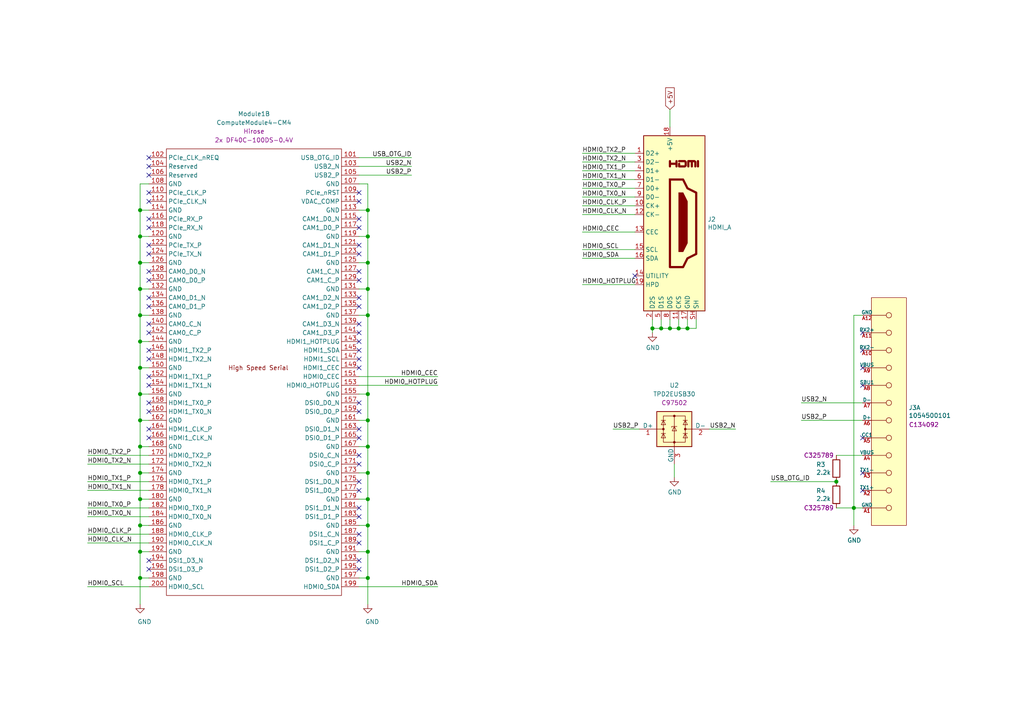
<source format=kicad_sch>
(kicad_sch (version 20210126) (generator eeschema)
  (paper "A4")
  (title_block (title "Compute Module 4 Carrierboard Utskytningsenhet") (date "2020-10-31") (rev "v01") (comment 2 "creativecommons.org/licenses/by-sa/4.0") (comment 3 "License: CC BY-SA 4.0") (comment 4 "Author: Martin Mæland"))
  (lib_symbols
    (symbol "CM4IO:ComputeModule4-CM4"
      (property "Reference" "Module" (at 113.03 -68.58 0))
      (property "Value" "ComputeModule4-CM4" (at 140.97 2.54 0))
      (property "Manufacturer" "Hirose" (at 0 0 0))
      (property "MPN" "2x DF40C-100DS-0.4V" (at 0 -2.54 0))
      (property "MPN (Alt)" "2x DF40HC(3.0)-100DS-0.4V" (at 0 0 0))
      (symbol "ComputeModule4-CM4_1_0"
        (text "GPIO" (at 0 6.35 0) (effects (font (size 1.27 1.27))))
      )
      (symbol "ComputeModule4-CM4_1_1"
        (text "600mA Max" (at -8.89 -53.34 0) (effects (font (size 1.27 1.27))))
        (text "600mA Max" (at -8.89 -48.26 0) (effects (font (size 1.27 1.27))))
        (text "NB SD signals are only available" (at -1.27 -27.94 0) (effects (font (size 1.27 1.27))))
        (text "on modules without eMMC" (at -1.27 -30.48 0) (effects (font (size 1.27 1.27))))
        (rectangle (start -30.48 -71.12) (end 25.4 58.42))
        (pin power_in line (at 27.94 55.88 180) (length 2.54) (name "GND") (number "1"))
        (pin passive line (at -33.02 45.72 0) (length 2.54) (name "Ethernet_Pair0_N") (number "10"))
        (pin output line (at -33.02 -68.58 0) (length 2.54) (name "nEXTRST") (number "100"))
        (pin passive line (at 27.94 43.18 180) (length 2.54) (name "Ethernet_Pair2_P") (number "11"))
        (pin passive line (at -33.02 43.18 0) (length 2.54) (name "Ethernet_Pair0_P") (number "12"))
        (pin power_in line (at 27.94 40.64 180) (length 2.54) (name "GND") (number "13"))
        (pin power_in line (at -33.02 40.64 0) (length 2.54) (name "GND") (number "14"))
        (pin output line (at 27.94 38.1 180) (length 2.54) (name "Ethernet_nLED3(3.3v)") (number "15"))
        (pin input line (at -33.02 38.1 0) (length 2.54) (name "Ethernet_SYNC_IN(1.8v)") (number "16"))
        (pin output line (at 27.94 35.56 180) (length 2.54) (name "Ethernet_nLED2(3.3v)") (number "17"))
        (pin input line (at -33.02 35.56 0) (length 2.54) (name "Ethernet_SYNC_OUT(1.8v)") (number "18"))
        (pin output line (at 27.94 33.02 180) (length 2.54) (name "Ethernet_nLED1(3.3v)") (number "19"))
        (pin power_in line (at -33.02 55.88 0) (length 2.54) (name "GND") (number "2"))
        (pin passive line (at -33.02 33.02 0) (length 2.54) (name "EEPROM_nWP") (number "20"))
        (pin open_collector line (at 27.94 30.48 180) (length 2.54) (name "PI_nLED_Activity") (number "21"))
        (pin power_in line (at -33.02 30.48 0) (length 2.54) (name "GND") (number "22"))
        (pin power_in line (at 27.94 27.94 180) (length 2.54) (name "GND") (number "23"))
        (pin passive line (at -33.02 27.94 0) (length 2.54) (name "GPIO26") (number "24"))
        (pin passive line (at 27.94 25.4 180) (length 2.54) (name "GPIO21") (number "25"))
        (pin passive line (at -33.02 25.4 0) (length 2.54) (name "GPIO19") (number "26"))
        (pin passive line (at 27.94 22.86 180) (length 2.54) (name "GPIO20") (number "27"))
        (pin passive line (at -33.02 22.86 0) (length 2.54) (name "GPIO13") (number "28"))
        (pin passive line (at 27.94 20.32 180) (length 2.54) (name "GPIO16") (number "29"))
        (pin passive line (at 27.94 53.34 180) (length 2.54) (name "Ethernet_Pair3_P") (number "3"))
        (pin passive line (at -33.02 20.32 0) (length 2.54) (name "GPIO6") (number "30"))
        (pin passive line (at 27.94 17.78 180) (length 2.54) (name "GPIO12") (number "31"))
        (pin power_in line (at -33.02 17.78 0) (length 2.54) (name "GND") (number "32"))
        (pin power_in line (at 27.94 15.24 180) (length 2.54) (name "GND") (number "33"))
        (pin passive line (at -33.02 15.24 0) (length 2.54) (name "GPIO5") (number "34"))
        (pin passive line (at 27.94 12.7 180) (length 2.54) (name "ID_SC") (number "35"))
        (pin passive line (at -33.02 12.7 0) (length 2.54) (name "ID_SD") (number "36"))
        (pin passive line (at 27.94 10.16 180) (length 2.54) (name "GPIO7") (number "37"))
        (pin passive line (at -33.02 10.16 0) (length 2.54) (name "GPIO11") (number "38"))
        (pin passive line (at 27.94 7.62 180) (length 2.54) (name "GPIO8") (number "39"))
        (pin passive line (at -33.02 53.34 0) (length 2.54) (name "Ethernet_Pair1_P") (number "4"))
        (pin passive line (at -33.02 7.62 0) (length 2.54) (name "GPIO9") (number "40"))
        (pin passive line (at 27.94 5.08 180) (length 2.54) (name "GPIO25") (number "41"))
        (pin power_in line (at -33.02 5.08 0) (length 2.54) (name "GND") (number "42"))
        (pin power_in line (at 27.94 2.54 180) (length 2.54) (name "GND") (number "43"))
        (pin passive line (at -33.02 2.54 0) (length 2.54) (name "GPIO10") (number "44"))
        (pin passive line (at 27.94 0 180) (length 2.54) (name "GPIO24") (number "45"))
        (pin passive line (at -33.02 0 0) (length 2.54) (name "GPIO22") (number "46"))
        (pin passive line (at 27.94 -2.54 180) (length 2.54) (name "GPIO23") (number "47"))
        (pin passive line (at -33.02 -2.54 0) (length 2.54) (name "GPIO27") (number "48"))
        (pin passive line (at 27.94 -5.08 180) (length 2.54) (name "GPIO18") (number "49"))
        (pin passive line (at 27.94 50.8 180) (length 2.54) (name "Ethernet_Pair3_N") (number "5"))
        (pin passive line (at -33.02 -5.08 0) (length 2.54) (name "GPIO17") (number "50"))
        (pin passive line (at 27.94 -7.62 180) (length 2.54) (name "GPIO15") (number "51"))
        (pin power_in line (at -33.02 -7.62 0) (length 2.54) (name "GND") (number "52"))
        (pin power_in line (at 27.94 -10.16 180) (length 2.54) (name "GND") (number "53"))
        (pin passive line (at -33.02 -10.16 0) (length 2.54) (name "GPIO4") (number "54"))
        (pin passive line (at 27.94 -12.7 180) (length 2.54) (name "GPIO14") (number "55"))
        (pin passive line (at -33.02 -12.7 0) (length 2.54) (name "GPIO3") (number "56"))
        (pin passive line (at 27.94 -15.24 180) (length 2.54) (name "SD_CLK") (number "57"))
        (pin passive line (at -33.02 -15.24 0) (length 2.54) (name "GPIO2") (number "58"))
        (pin power_in line (at 27.94 -17.78 180) (length 2.54) (name "GND") (number "59"))
        (pin passive line (at -33.02 50.8 0) (length 2.54) (name "Ethernet_Pair1_N") (number "6"))
        (pin power_in line (at -33.02 -17.78 0) (length 2.54) (name "GND") (number "60"))
        (pin passive line (at 27.94 -20.32 180) (length 2.54) (name "SD_DAT3") (number "61"))
        (pin passive line (at -33.02 -20.32 0) (length 2.54) (name "SD_CMD") (number "62"))
        (pin passive line (at 27.94 -22.86 180) (length 2.54) (name "SD_DAT0") (number "63"))
        (pin passive line (at -33.02 -22.86 0) (length 2.54) (name "SD_DAT5") (number "64"))
        (pin power_in line (at 27.94 -25.4 180) (length 2.54) (name "GND") (number "65"))
        (pin power_in line (at -33.02 -25.4 0) (length 2.54) (name "GND") (number "66"))
        (pin passive line (at 27.94 -27.94 180) (length 2.54) (name "SD_DAT1") (number "67"))
        (pin passive line (at -33.02 -27.94 0) (length 2.54) (name "SD_DAT4") (number "68"))
        (pin passive line (at 27.94 -30.48 180) (length 2.54) (name "SD_DAT2") (number "69"))
        (pin power_in line (at 27.94 48.26 180) (length 2.54) (name "GND") (number "7"))
        (pin passive line (at -33.02 -30.48 0) (length 2.54) (name "SD_DAT7") (number "70"))
        (pin power_in line (at 27.94 -33.02 180) (length 2.54) (name "GND") (number "71"))
        (pin passive line (at -33.02 -33.02 0) (length 2.54) (name "SD_DAT6") (number "72"))
        (pin input line (at 27.94 -35.56 180) (length 2.54) (name "SD_VDD_Override") (number "73"))
        (pin power_in line (at -33.02 -35.56 0) (length 2.54) (name "GND") (number "74"))
        (pin output line (at 27.94 -38.1 180) (length 2.54) (name "SD_PWR_ON") (number "75"))
        (pin passive line (at -33.02 -38.1 0) (length 2.54) (name "Reserved") (number "76"))
        (pin power_in line (at 27.94 -40.64 180) (length 2.54) (name "+5v_(Input)") (number "77"))
        (pin power_in line (at -33.02 -40.64 0) (length 2.54) (name "GPIO_VREF(1.8v/3.3v_Input)") (number "78"))
        (pin power_in line (at 27.94 -43.18 180) (length 2.54) (name "+5v_(Input)") (number "79"))
        (pin power_in line (at -33.02 48.26 0) (length 2.54) (name "GND") (number "8"))
        (pin passive line (at -33.02 -43.18 0) (length 2.54) (name "SCL0") (number "80"))
        (pin power_in line (at 27.94 -45.72 180) (length 2.54) (name "+5v_(Input)") (number "81"))
        (pin passive line (at -33.02 -45.72 0) (length 2.54) (name "SDA0") (number "82"))
        (pin power_in line (at 27.94 -48.26 180) (length 2.54) (name "+5v_(Input)") (number "83"))
        (pin power_out line (at -33.02 -48.26 0) (length 2.54) (name "+3.3v_(Output)") (number "84"))
        (pin power_in line (at 27.94 -50.8 180) (length 2.54) (name "+5v_(Input)") (number "85"))
        (pin power_out line (at -33.02 -50.8 0) (length 2.54) (name "+3.3v_(Output)") (number "86"))
        (pin power_in line (at 27.94 -53.34 180) (length 2.54) (name "+5v_(Input)") (number "87"))
        (pin power_out line (at -33.02 -53.34 0) (length 2.54) (name "+1.8v_(Output)") (number "88"))
        (pin power_in line (at 27.94 -55.88 180) (length 2.54) (name "WiFi_nDisable") (number "89"))
        (pin passive line (at 27.94 45.72 180) (length 2.54) (name "Ethernet_Pair2_N") (number "9"))
        (pin power_out line (at -33.02 -55.88 0) (length 2.54) (name "+1.8v_(Output)") (number "90"))
        (pin power_in line (at 27.94 -58.42 180) (length 2.54) (name "BT_nDisable") (number "91"))
        (pin passive line (at -33.02 -58.42 0) (length 2.54) (name "RUN_PG") (number "92"))
        (pin input line (at 27.94 -60.96 180) (length 2.54) (name "nRPIBOOT") (number "93"))
        (pin passive line (at -33.02 -60.96 0) (length 2.54) (name "AnalogIP0") (number "94"))
        (pin output line (at 27.94 -63.5 180) (length 2.54) (name "nPI_LED_PWR") (number "95"))
        (pin passive line (at -33.02 -63.5 0) (length 2.54) (name "AnalogIP1") (number "96"))
        (pin passive line (at 27.94 -66.04 180) (length 2.54) (name "Camera_GPIO") (number "97"))
        (pin power_in line (at -33.02 -66.04 0) (length 2.54) (name "GND") (number "98"))
        (pin input line (at 27.94 -68.58 180) (length 2.54) (name "Global_EN") (number "99"))
      )
      (symbol "ComputeModule4-CM4_2_1"
        (text "High Speed Serial" (at 140.97 0 0) (effects (font (size 1.27 1.27))))
        (rectangle (start 114.3 -66.04) (end 165.1 63.5))
        (pin input line (at 170.18 60.96 180) (length 5.08) (name "USB_OTG_ID") (number "101"))
        (pin input line (at 109.22 60.96 0) (length 5.08) (name "PCIe_CLK_nREQ") (number "102"))
        (pin passive line (at 170.18 58.42 180) (length 5.08) (name "USB2_N") (number "103"))
        (pin passive line (at 109.22 58.42 0) (length 5.08) (name "Reserved") (number "104"))
        (pin passive line (at 170.18 55.88 180) (length 5.08) (name "USB2_P") (number "105"))
        (pin passive line (at 109.22 55.88 0) (length 5.08) (name "Reserved") (number "106"))
        (pin power_in line (at 170.18 53.34 180) (length 5.08) (name "GND") (number "107"))
        (pin power_in line (at 109.22 53.34 0) (length 5.08) (name "GND") (number "108"))
        (pin bidirectional line (at 170.18 50.8 180) (length 5.08) (name "PCIe_nRST") (number "109"))
        (pin output line (at 109.22 50.8 0) (length 5.08) (name "PCIe_CLK_P") (number "110"))
        (pin passive line (at 170.18 48.26 180) (length 5.08) (name "VDAC_COMP") (number "111"))
        (pin output line (at 109.22 48.26 0) (length 5.08) (name "PCIe_CLK_N") (number "112"))
        (pin power_in line (at 170.18 45.72 180) (length 5.08) (name "GND") (number "113"))
        (pin power_in line (at 109.22 45.72 0) (length 5.08) (name "GND") (number "114"))
        (pin input line (at 170.18 43.18 180) (length 5.08) (name "CAM1_D0_N") (number "115"))
        (pin input line (at 109.22 43.18 0) (length 5.08) (name "PCIe_RX_P") (number "116"))
        (pin input line (at 170.18 40.64 180) (length 5.08) (name "CAM1_D0_P") (number "117"))
        (pin input line (at 109.22 40.64 0) (length 5.08) (name "PCIe_RX_N") (number "118"))
        (pin power_in line (at 170.18 38.1 180) (length 5.08) (name "GND") (number "119"))
        (pin power_in line (at 109.22 38.1 0) (length 5.08) (name "GND") (number "120"))
        (pin input line (at 170.18 35.56 180) (length 5.08) (name "CAM1_D1_N") (number "121"))
        (pin output line (at 109.22 35.56 0) (length 5.08) (name "PCIe_TX_P") (number "122"))
        (pin input line (at 170.18 33.02 180) (length 5.08) (name "CAM1_D1_P") (number "123"))
        (pin output line (at 109.22 33.02 0) (length 5.08) (name "PCIe_TX_N") (number "124"))
        (pin power_in line (at 170.18 30.48 180) (length 5.08) (name "GND") (number "125"))
        (pin power_in line (at 109.22 30.48 0) (length 5.08) (name "GND") (number "126"))
        (pin input line (at 170.18 27.94 180) (length 5.08) (name "CAM1_C_N") (number "127"))
        (pin input line (at 109.22 27.94 0) (length 5.08) (name "CAM0_D0_N") (number "128"))
        (pin input line (at 170.18 25.4 180) (length 5.08) (name "CAM1_C_P") (number "129"))
        (pin input line (at 109.22 25.4 0) (length 5.08) (name "CAM0_D0_P") (number "130"))
        (pin power_in line (at 170.18 22.86 180) (length 5.08) (name "GND") (number "131"))
        (pin power_in line (at 109.22 22.86 0) (length 5.08) (name "GND") (number "132"))
        (pin input line (at 170.18 20.32 180) (length 5.08) (name "CAM1_D2_N") (number "133"))
        (pin input line (at 109.22 20.32 0) (length 5.08) (name "CAM0_D1_N") (number "134"))
        (pin input line (at 170.18 17.78 180) (length 5.08) (name "CAM1_D2_P") (number "135"))
        (pin input line (at 109.22 17.78 0) (length 5.08) (name "CAM0_D1_P") (number "136"))
        (pin power_in line (at 170.18 15.24 180) (length 5.08) (name "GND") (number "137"))
        (pin power_in line (at 109.22 15.24 0) (length 5.08) (name "GND") (number "138"))
        (pin input line (at 170.18 12.7 180) (length 5.08) (name "CAM1_D3_N") (number "139"))
        (pin input line (at 109.22 12.7 0) (length 5.08) (name "CAM0_C_N") (number "140"))
        (pin input line (at 170.18 10.16 180) (length 5.08) (name "CAM1_D3_P") (number "141"))
        (pin input line (at 109.22 10.16 0) (length 5.08) (name "CAM0_C_P") (number "142"))
        (pin input line (at 170.18 7.62 180) (length 5.08) (name "HDMI1_HOTPLUG") (number "143"))
        (pin power_in line (at 109.22 7.62 0) (length 5.08) (name "GND") (number "144"))
        (pin bidirectional line (at 170.18 5.08 180) (length 5.08) (name "HDMI1_SDA") (number "145"))
        (pin output line (at 109.22 5.08 0) (length 5.08) (name "HDMI1_TX2_P") (number "146"))
        (pin open_collector line (at 170.18 2.54 180) (length 5.08) (name "HDMI1_SCL") (number "147"))
        (pin output line (at 109.22 2.54 0) (length 5.08) (name "HDMI1_TX2_N") (number "148"))
        (pin open_collector line (at 170.18 0 180) (length 5.08) (name "HDMI1_CEC") (number "149"))
        (pin power_in line (at 109.22 0 0) (length 5.08) (name "GND") (number "150"))
        (pin open_collector line (at 170.18 -2.54 180) (length 5.08) (name "HDMI0_CEC") (number "151"))
        (pin output line (at 109.22 -2.54 0) (length 5.08) (name "HDMI1_TX1_P") (number "152"))
        (pin input line (at 170.18 -5.08 180) (length 5.08) (name "HDMI0_HOTPLUG") (number "153"))
        (pin output line (at 109.22 -5.08 0) (length 5.08) (name "HDMI1_TX1_N") (number "154"))
        (pin power_in line (at 170.18 -7.62 180) (length 5.08) (name "GND") (number "155"))
        (pin power_in line (at 109.22 -7.62 0) (length 5.08) (name "GND") (number "156"))
        (pin output line (at 170.18 -10.16 180) (length 5.08) (name "DSI0_D0_N") (number "157"))
        (pin output line (at 109.22 -10.16 0) (length 5.08) (name "HDMI1_TX0_P") (number "158"))
        (pin output line (at 170.18 -12.7 180) (length 5.08) (name "DSI0_D0_P") (number "159"))
        (pin output line (at 109.22 -12.7 0) (length 5.08) (name "HDMI1_TX0_N") (number "160"))
        (pin power_in line (at 170.18 -15.24 180) (length 5.08) (name "GND") (number "161"))
        (pin power_in line (at 109.22 -15.24 0) (length 5.08) (name "GND") (number "162"))
        (pin output line (at 170.18 -17.78 180) (length 5.08) (name "DSI0_D1_N") (number "163"))
        (pin output line (at 109.22 -17.78 0) (length 5.08) (name "HDMI1_CLK_P") (number "164"))
        (pin output line (at 170.18 -20.32 180) (length 5.08) (name "DSI0_D1_P") (number "165"))
        (pin output line (at 109.22 -20.32 0) (length 5.08) (name "HDMI1_CLK_N") (number "166"))
        (pin power_in line (at 170.18 -22.86 180) (length 5.08) (name "GND") (number "167"))
        (pin power_in line (at 109.22 -22.86 0) (length 5.08) (name "GND") (number "168"))
        (pin output line (at 170.18 -25.4 180) (length 5.08) (name "DSI0_C_N") (number "169"))
        (pin output line (at 109.22 -25.4 0) (length 5.08) (name "HDMI0_TX2_P") (number "170"))
        (pin output line (at 170.18 -27.94 180) (length 5.08) (name "DSI0_C_P") (number "171"))
        (pin output line (at 109.22 -27.94 0) (length 5.08) (name "HDMI0_TX2_N") (number "172"))
        (pin power_in line (at 170.18 -30.48 180) (length 5.08) (name "GND") (number "173"))
        (pin power_in line (at 109.22 -30.48 0) (length 5.08) (name "GND") (number "174"))
        (pin output line (at 170.18 -33.02 180) (length 5.08) (name "DSI1_D0_N") (number "175"))
        (pin output line (at 109.22 -33.02 0) (length 5.08) (name "HDMI0_TX1_P") (number "176"))
        (pin output line (at 170.18 -35.56 180) (length 5.08) (name "DSI1_D0_P") (number "177"))
        (pin output line (at 109.22 -35.56 0) (length 5.08) (name "HDMI0_TX1_N") (number "178"))
        (pin power_in line (at 170.18 -38.1 180) (length 5.08) (name "GND") (number "179"))
        (pin power_in line (at 109.22 -38.1 0) (length 5.08) (name "GND") (number "180"))
        (pin output line (at 170.18 -40.64 180) (length 5.08) (name "DSI1_D1_N") (number "181"))
        (pin output line (at 109.22 -40.64 0) (length 5.08) (name "HDMI0_TX0_P") (number "182"))
        (pin output line (at 170.18 -43.18 180) (length 5.08) (name "DSI1_D1_P") (number "183"))
        (pin output line (at 109.22 -43.18 0) (length 5.08) (name "HDMI0_TX0_N") (number "184"))
        (pin power_in line (at 170.18 -45.72 180) (length 5.08) (name "GND") (number "185"))
        (pin power_in line (at 109.22 -45.72 0) (length 5.08) (name "GND") (number "186"))
        (pin output line (at 170.18 -48.26 180) (length 5.08) (name "DSI1_C_N") (number "187"))
        (pin output line (at 109.22 -48.26 0) (length 5.08) (name "HDMI0_CLK_P") (number "188"))
        (pin output line (at 170.18 -50.8 180) (length 5.08) (name "DSI1_C_P") (number "189"))
        (pin output line (at 109.22 -50.8 0) (length 5.08) (name "HDMI0_CLK_N") (number "190"))
        (pin power_in line (at 170.18 -53.34 180) (length 5.08) (name "GND") (number "191"))
        (pin power_in line (at 109.22 -53.34 0) (length 5.08) (name "GND") (number "192"))
        (pin output line (at 170.18 -55.88 180) (length 5.08) (name "DSI1_D2_N") (number "193"))
        (pin output line (at 109.22 -55.88 0) (length 5.08) (name "DSI1_D3_N") (number "194"))
        (pin output line (at 170.18 -58.42 180) (length 5.08) (name "DSI1_D2_P") (number "195"))
        (pin output line (at 109.22 -58.42 0) (length 5.08) (name "DSI1_D3_P") (number "196"))
        (pin power_in line (at 170.18 -60.96 180) (length 5.08) (name "GND") (number "197"))
        (pin power_in line (at 109.22 -60.96 0) (length 5.08) (name "GND") (number "198"))
        (pin bidirectional line (at 170.18 -63.5 180) (length 5.08) (name "HDMI0_SDA") (number "199"))
        (pin open_collector line (at 109.22 -63.5 0) (length 5.08) (name "HDMI0_SCL") (number "200"))
      )
    )
    (symbol "Connector:HDMI_A"
      (property "Reference" "J" (at -6.35 26.67 0))
      (property "Value" "HDMI_A" (at 10.16 26.67 0))
      (symbol "HDMI_A_0_0"
        (polyline (pts (xy 8.128 16.51) (xy 8.128 18.034)) (stroke (width 0.635)))
        (polyline (pts (xy 0 16.51) (xy 0 18.034) (xy 0 17.272) (xy 1.905 17.272) (xy 1.905 18.034) (xy 1.905 16.51)) (stroke (width 0.635)))
        (polyline (pts (xy 2.667 18.034) (xy 4.318 18.034) (xy 4.572 17.78) (xy 4.572 16.764) (xy 4.318 16.51) (xy 2.667 16.51) (xy 2.667 17.272)) (stroke (width 0.635)))
      )
      (symbol "HDMI_A_0_1"
        (rectangle (start -7.62 25.4) (end 10.16 -25.4) (stroke (width 0.254)) (fill (type background)))
        (polyline (pts (xy 2.54 8.89) (xy 3.81 8.89) (xy 5.08 6.35) (xy 5.08 -5.715) (xy 3.81 -8.255) (xy 2.54 -8.255) (xy 2.54 8.89)) (fill (type outline)))
        (polyline (pts (xy 5.334 16.51) (xy 5.334 18.034) (xy 6.35 18.034) (xy 6.35 16.51) (xy 6.35 18.034) (xy 7.112 18.034) (xy 7.366 17.78) (xy 7.366 16.51)) (stroke (width 0.635)))
        (polyline (pts (xy 0 12.7) (xy 0 -12.7) (xy 3.81 -12.7) (xy 5.08 -10.16) (xy 7.62 -8.89) (xy 7.62 8.89) (xy 5.08 10.16) (xy 3.81 12.7) (xy 0 12.7)) (stroke (width 0.635)))
      )
      (symbol "HDMI_A_1_1"
        (pin passive line (at -10.16 20.32 0) (length 2.54) (name "D2+") (number "1"))
        (pin passive line (at -10.16 5.08 0) (length 2.54) (name "CK+") (number "10"))
        (pin power_in line (at 2.54 -27.94 90) (length 2.54) (name "CKS") (number "11"))
        (pin passive line (at -10.16 2.54 0) (length 2.54) (name "CK-") (number "12"))
        (pin bidirectional line (at -10.16 -2.54 0) (length 2.54) (name "CEC") (number "13"))
        (pin passive line (at -10.16 -15.24 0) (length 2.54) (name "UTILITY") (number "14"))
        (pin passive line (at -10.16 -7.62 0) (length 2.54) (name "SCL") (number "15"))
        (pin bidirectional line (at -10.16 -10.16 0) (length 2.54) (name "SDA") (number "16"))
        (pin power_in line (at 5.08 -27.94 90) (length 2.54) (name "GND") (number "17"))
        (pin power_in line (at 0 27.94 270) (length 2.54) (name "+5V") (number "18"))
        (pin passive line (at -10.16 -17.78 0) (length 2.54) (name "HPD") (number "19"))
        (pin power_in line (at -5.08 -27.94 90) (length 2.54) (name "D2S") (number "2"))
        (pin passive line (at -10.16 17.78 0) (length 2.54) (name "D2-") (number "3"))
        (pin passive line (at -10.16 15.24 0) (length 2.54) (name "D1+") (number "4"))
        (pin power_in line (at -2.54 -27.94 90) (length 2.54) (name "D1S") (number "5"))
        (pin passive line (at -10.16 12.7 0) (length 2.54) (name "D1-") (number "6"))
        (pin passive line (at -10.16 10.16 0) (length 2.54) (name "D0+") (number "7"))
        (pin power_in line (at 0 -27.94 90) (length 2.54) (name "D0S") (number "8"))
        (pin passive line (at -10.16 7.62 0) (length 2.54) (name "D0-") (number "9"))
        (pin passive line (at 7.62 -27.94 90) (length 2.54) (name "SH") (number "SH"))
      )
    )
    (symbol "Device:R" (pin_numbers hide) (pin_names (offset 0))
      (property "Reference" "R" (at 2.032 0 90))
      (property "Value" "R" (at 0 0 90))
      (symbol "R_0_1"
        (rectangle (start -1.016 -2.54) (end 1.016 2.54) (stroke (width 0.254)))
      )
      (symbol "R_1_1"
        (pin passive line (at 0 3.81 270) (length 1.27) (name "~") (number "1"))
        (pin passive line (at 0 -3.81 90) (length 1.27) (name "~") (number "2"))
      )
    )
    (symbol "MOLEX_1054500101_usb_c:1054500101" (pin_names (offset 0))
      (property "Reference" "J" (at 0 7.62 0))
      (property "Value" "1054500101" (at 0 10.16 0))
      (symbol "1054500101_1_1"
        (circle (center -10.16 0) (radius 0.762))
        (circle (center -10.16 -5.08) (radius 0.762))
        (circle (center -10.16 -10.16) (radius 0.762))
        (circle (center -10.16 -15.24) (radius 0.762))
        (circle (center -10.16 -20.32) (radius 0.762))
        (circle (center -10.16 -25.4) (radius 0.762))
        (circle (center -10.16 -30.48) (radius 0.762))
        (circle (center -10.16 -35.56) (radius 0.762))
        (circle (center -10.16 -40.64) (radius 0.762))
        (circle (center -10.16 -45.72) (radius 0.762))
        (circle (center -10.16 -50.8) (radius 0.762))
        (circle (center -10.16 -55.88) (radius 0.762))
        (rectangle (start -15.24 5.08) (end -5.08 -60.96) (fill (type background)))
        (polyline (pts (xy -9.398 0) (xy -5.08 0)))
        (polyline (pts (xy -9.398 -5.08) (xy -5.08 -5.08)))
        (polyline (pts (xy -9.398 -10.16) (xy -5.08 -10.16)))
        (polyline (pts (xy -9.398 -15.24) (xy -5.08 -15.24)))
        (polyline (pts (xy -9.398 -20.32) (xy -5.08 -20.32)))
        (polyline (pts (xy -9.398 -25.4) (xy -5.08 -25.4)))
        (polyline (pts (xy -9.398 -30.48) (xy -5.08 -30.48)))
        (polyline (pts (xy -9.398 -35.56) (xy -5.08 -35.56)))
        (polyline (pts (xy -9.398 -40.64) (xy -5.08 -40.64)))
        (polyline (pts (xy -9.398 -45.72) (xy -5.08 -45.72)))
        (polyline (pts (xy -9.398 -50.8) (xy -5.08 -50.8)))
        (polyline (pts (xy -9.398 -55.88) (xy -5.08 -55.88)))
        (pin passive line (at -2.54 0 180) (length 2.54) (name "GND") (number "A1"))
        (pin passive line (at -2.54 -5.08 180) (length 2.54) (name "TX1+") (number "A2"))
        (pin passive line (at -2.54 -10.16 180) (length 2.54) (name "TX1-") (number "A3"))
        (pin passive line (at -2.54 -15.24 180) (length 2.54) (name "VBUS") (number "A4"))
        (pin passive line (at -2.54 -20.32 180) (length 2.54) (name "CC1") (number "A5"))
        (pin passive line (at -2.54 -25.4 180) (length 2.54) (name "D+") (number "A6"))
        (pin passive line (at -2.54 -30.48 180) (length 2.54) (name "D-") (number "A7"))
        (pin passive line (at -2.54 -35.56 180) (length 2.54) (name "SBU1") (number "A8"))
        (pin passive line (at -2.54 -40.64 180) (length 2.54) (name "VBUS") (number "A9"))
        (pin passive line (at -2.54 -45.72 180) (length 2.54) (name "RX2-") (number "A10"))
        (pin passive line (at -2.54 -50.8 180) (length 2.54) (name "RX2+") (number "A11"))
        (pin passive line (at -2.54 -55.88 180) (length 2.54) (name "GND") (number "A12"))
      )
      (symbol "1054500101_2_1"
        (circle (center -10.16 0) (radius 0.762))
        (circle (center -10.16 -5.08) (radius 0.762))
        (circle (center -10.16 -10.16) (radius 0.762))
        (circle (center -10.16 -15.24) (radius 0.762))
        (circle (center -10.16 -20.32) (radius 0.762))
        (circle (center -10.16 -25.4) (radius 0.762))
        (circle (center -10.16 -30.48) (radius 0.762))
        (circle (center -10.16 -35.56) (radius 0.762))
        (circle (center -10.16 -40.64) (radius 0.762))
        (circle (center -10.16 -45.72) (radius 0.762))
        (circle (center -10.16 -50.8) (radius 0.762))
        (circle (center -10.16 -55.88) (radius 0.762))
        (rectangle (start -15.24 5.08) (end -5.08 -60.96) (fill (type background)))
        (polyline (pts (xy -9.398 0) (xy -5.08 0)))
        (polyline (pts (xy -9.398 -5.08) (xy -5.08 -5.08)))
        (polyline (pts (xy -9.398 -10.16) (xy -5.08 -10.16)))
        (polyline (pts (xy -9.398 -15.24) (xy -5.08 -15.24)))
        (polyline (pts (xy -9.398 -20.32) (xy -5.08 -20.32)))
        (polyline (pts (xy -9.398 -25.4) (xy -5.08 -25.4)))
        (polyline (pts (xy -9.398 -30.48) (xy -5.08 -30.48)))
        (polyline (pts (xy -9.398 -35.56) (xy -5.08 -35.56)))
        (polyline (pts (xy -9.398 -40.64) (xy -5.08 -40.64)))
        (polyline (pts (xy -9.398 -45.72) (xy -5.08 -45.72)))
        (polyline (pts (xy -9.398 -50.8) (xy -5.08 -50.8)))
        (polyline (pts (xy -9.398 -55.88) (xy -5.08 -55.88)))
        (pin passive line (at -2.54 0 180) (length 2.54) (name "GND") (number "B1"))
        (pin passive line (at -2.54 -5.08 180) (length 2.54) (name "TX2+") (number "B2"))
        (pin passive line (at -2.54 -10.16 180) (length 2.54) (name "TX2-") (number "B3"))
        (pin passive line (at -2.54 -15.24 180) (length 2.54) (name "VBUS") (number "B4"))
        (pin passive line (at -2.54 -20.32 180) (length 2.54) (name "CC2") (number "B5"))
        (pin passive line (at -2.54 -25.4 180) (length 2.54) (name "D+") (number "B6"))
        (pin passive line (at -2.54 -30.48 180) (length 2.54) (name "D-") (number "B7"))
        (pin passive line (at -2.54 -35.56 180) (length 2.54) (name "SBU2") (number "B8"))
        (pin passive line (at -2.54 -40.64 180) (length 2.54) (name "VBUS") (number "B9"))
        (pin passive line (at -2.54 -45.72 180) (length 2.54) (name "RX1-") (number "B10"))
        (pin passive line (at -2.54 -50.8 180) (length 2.54) (name "RX1+") (number "B11"))
        (pin passive line (at -2.54 -55.88 180) (length 2.54) (name "GND") (number "B12"))
      )
      (symbol "1054500101_3_1"
        (circle (center -11.43 0) (radius 0.762))
        (circle (center -11.43 -5.08) (radius 0.762))
        (circle (center -11.43 -10.16) (radius 0.762))
        (circle (center -11.43 -15.24) (radius 0.762))
        (rectangle (start -17.78 5.08) (end -5.08 -20.32) (fill (type background)))
        (polyline (pts (xy -10.668 0) (xy -5.08 0)))
        (polyline (pts (xy -10.668 -5.08) (xy -5.08 -5.08)))
        (polyline (pts (xy -10.668 -10.16) (xy -5.08 -10.16)))
        (polyline (pts (xy -10.668 -15.24) (xy -5.08 -15.24)))
        (pin passive line (at -2.54 0 180) (length 2.54) (name "MNT_1") (number "1"))
        (pin passive line (at -2.54 -5.08 180) (length 2.54) (name "MNT_2") (number "2"))
        (pin passive line (at -2.54 -10.16 180) (length 2.54) (name "MNT_3") (number "3"))
        (pin passive line (at -2.54 -15.24 180) (length 2.54) (name "MNT_4") (number "4"))
      )
    )
    (symbol "Power_Protection:TPD2EUSB30" (pin_names (offset 0))
      (property "Reference" "U" (at 0 6.35 0))
      (property "Value" "TPD2EUSB30" (at 7.62 -7.62 0))
      (symbol "TPD2EUSB30_0_1"
        (circle (center -3.175 0) (radius 0.2794) (fill (type outline)))
        (circle (center 0 -3.81) (radius 0.2794) (fill (type outline)))
        (circle (center 0 3.81) (radius 0.2794) (fill (type outline)))
        (circle (center 3.175 0) (radius 0.2794) (fill (type outline)))
        (rectangle (start -5.08 5.08) (end 5.08 -5.08) (stroke (width 0.254)) (fill (type background)))
        (rectangle (start -3.175 3.81) (end 3.175 -3.81))
        (polyline (pts (xy -5.08 0) (xy -3.175 0)))
        (polyline (pts (xy -3.81 -1.27) (xy -2.54 -1.27)))
        (polyline (pts (xy -3.81 2.54) (xy -2.54 2.54)))
        (polyline (pts (xy 0 3.81) (xy 0 -5.08)))
        (polyline (pts (xy 2.54 -1.27) (xy 3.81 -1.27)))
        (polyline (pts (xy 2.54 2.54) (xy 3.81 2.54)))
        (polyline (pts (xy 5.08 0) (xy 3.175 0)))
        (polyline (pts (xy 0.762 0.762) (xy -0.762 0.762) (xy -0.762 0.508)))
        (polyline (pts (xy -2.54 -2.54) (xy -3.81 -2.54) (xy -3.175 -1.27) (xy -2.54 -2.54)))
        (polyline (pts (xy -2.54 1.27) (xy -3.81 1.27) (xy -3.175 2.54) (xy -2.54 1.27)))
        (polyline (pts (xy 0.635 -0.508) (xy -0.635 -0.508) (xy 0 0.762) (xy 0.635 -0.508)))
        (polyline (pts (xy 3.81 -2.54) (xy 2.54 -2.54) (xy 3.175 -1.27) (xy 3.81 -2.54)))
        (polyline (pts (xy 3.81 1.27) (xy 2.54 1.27) (xy 3.175 2.54) (xy 3.81 1.27)))
      )
      (symbol "TPD2EUSB30_1_1"
        (pin passive line (at -10.16 0 0) (length 5.08) (name "D+") (number "1"))
        (pin passive line (at 10.16 0 180) (length 5.08) (name "D-") (number "2"))
        (pin passive line (at 0 -10.16 90) (length 5.08) (name "GND") (number "3"))
      )
    )
    (symbol "power:GND" (power) (pin_names (offset 0))
      (property "Value" "GND" (at 0 -3.81 0))
      (symbol "GND_0_1"
        (polyline (pts (xy 0 0) (xy 0 -1.27) (xy 1.27 -1.27) (xy 0 -2.54) (xy -1.27 -1.27) (xy 0 -1.27)))
      )
      (symbol "GND_1_1"
        (pin power_in line (at 0 0 270) (length 0) hide (name "GND") (number "1"))
      )
    )
  )
  (junction (at 40.64 60.96) (diameter 1.016))
  (junction (at 40.64 68.58) (diameter 1.016))
  (junction (at 40.64 76.2) (diameter 1.016))
  (junction (at 40.64 83.82) (diameter 1.016))
  (junction (at 40.64 91.44) (diameter 1.016))
  (junction (at 40.64 99.06) (diameter 1.016))
  (junction (at 40.64 106.68) (diameter 1.016))
  (junction (at 40.64 114.3) (diameter 1.016))
  (junction (at 40.64 121.92) (diameter 1.016))
  (junction (at 40.64 129.54) (diameter 1.016))
  (junction (at 40.64 137.16) (diameter 1.016))
  (junction (at 40.64 144.78) (diameter 1.016))
  (junction (at 40.64 152.4) (diameter 1.016))
  (junction (at 40.64 160.02) (diameter 1.016))
  (junction (at 40.64 167.64) (diameter 1.016))
  (junction (at 106.68 60.96) (diameter 1.016))
  (junction (at 106.68 68.58) (diameter 1.016))
  (junction (at 106.68 76.2) (diameter 1.016))
  (junction (at 106.68 83.82) (diameter 1.016))
  (junction (at 106.68 91.44) (diameter 1.016))
  (junction (at 106.68 114.3) (diameter 1.016))
  (junction (at 106.68 121.92) (diameter 1.016))
  (junction (at 106.68 129.54) (diameter 1.016))
  (junction (at 106.68 137.16) (diameter 1.016))
  (junction (at 106.68 144.78) (diameter 1.016))
  (junction (at 106.68 152.4) (diameter 1.016))
  (junction (at 106.68 160.02) (diameter 1.016))
  (junction (at 106.68 167.64) (diameter 1.016))
  (junction (at 189.23 95.25) (diameter 1.016))
  (junction (at 191.77 95.25) (diameter 1.016))
  (junction (at 194.31 95.25) (diameter 1.016))
  (junction (at 196.85 95.25) (diameter 1.016))
  (junction (at 199.39 95.25) (diameter 1.016))
  (junction (at 242.57 139.7) (diameter 1.016))
  (junction (at 247.65 147.32) (diameter 1.016))
  (no_connect (at 43.18 45.72))
  (no_connect (at 43.18 48.26))
  (no_connect (at 43.18 50.8))
  (no_connect (at 43.18 55.88))
  (no_connect (at 43.18 58.42))
  (no_connect (at 43.18 63.5))
  (no_connect (at 43.18 66.04))
  (no_connect (at 43.18 71.12))
  (no_connect (at 43.18 73.66))
  (no_connect (at 43.18 78.74))
  (no_connect (at 43.18 81.28))
  (no_connect (at 43.18 86.36))
  (no_connect (at 43.18 88.9))
  (no_connect (at 43.18 93.98))
  (no_connect (at 43.18 96.52))
  (no_connect (at 43.18 101.6))
  (no_connect (at 43.18 104.14))
  (no_connect (at 43.18 109.22))
  (no_connect (at 43.18 111.76))
  (no_connect (at 43.18 116.84))
  (no_connect (at 43.18 119.38))
  (no_connect (at 43.18 124.46))
  (no_connect (at 43.18 127))
  (no_connect (at 43.18 162.56))
  (no_connect (at 43.18 165.1))
  (no_connect (at 104.14 55.88))
  (no_connect (at 104.14 58.42))
  (no_connect (at 104.14 63.5))
  (no_connect (at 104.14 66.04))
  (no_connect (at 104.14 71.12))
  (no_connect (at 104.14 73.66))
  (no_connect (at 104.14 78.74))
  (no_connect (at 104.14 81.28))
  (no_connect (at 104.14 86.36))
  (no_connect (at 104.14 88.9))
  (no_connect (at 104.14 93.98))
  (no_connect (at 104.14 96.52))
  (no_connect (at 104.14 99.06))
  (no_connect (at 104.14 101.6))
  (no_connect (at 104.14 104.14))
  (no_connect (at 104.14 106.68))
  (no_connect (at 104.14 116.84))
  (no_connect (at 104.14 119.38))
  (no_connect (at 104.14 124.46))
  (no_connect (at 104.14 127))
  (no_connect (at 104.14 132.08))
  (no_connect (at 104.14 134.62))
  (no_connect (at 104.14 139.7))
  (no_connect (at 104.14 142.24))
  (no_connect (at 104.14 147.32))
  (no_connect (at 104.14 149.86))
  (no_connect (at 104.14 154.94))
  (no_connect (at 104.14 157.48))
  (no_connect (at 104.14 162.56))
  (no_connect (at 104.14 165.1))
  (no_connect (at 184.15 80.01))
  (no_connect (at 250.19 96.52))
  (no_connect (at 250.19 101.6))
  (no_connect (at 250.19 106.68))
  (no_connect (at 250.19 111.76))
  (no_connect (at 250.19 127))
  (no_connect (at 250.19 137.16))
  (no_connect (at 250.19 142.24))
  (wire (pts (xy 25.4 132.08) (xy 43.18 132.08)))
  (wire (pts (xy 25.4 134.62) (xy 43.18 134.62)))
  (wire (pts (xy 25.4 139.7) (xy 43.18 139.7)))
  (wire (pts (xy 25.4 142.24) (xy 43.18 142.24)))
  (wire (pts (xy 25.4 147.32) (xy 43.18 147.32)))
  (wire (pts (xy 25.4 149.86) (xy 43.18 149.86)))
  (wire (pts (xy 25.4 154.94) (xy 43.18 154.94)))
  (wire (pts (xy 25.4 157.48) (xy 43.18 157.48)))
  (wire (pts (xy 25.4 170.18) (xy 43.18 170.18)))
  (wire (pts (xy 40.64 53.34) (xy 40.64 60.96)))
  (wire (pts (xy 40.64 53.34) (xy 43.18 53.34)))
  (wire (pts (xy 40.64 60.96) (xy 40.64 68.58)))
  (wire (pts (xy 40.64 60.96) (xy 43.18 60.96)))
  (wire (pts (xy 40.64 68.58) (xy 40.64 76.2)))
  (wire (pts (xy 40.64 68.58) (xy 43.18 68.58)))
  (wire (pts (xy 40.64 76.2) (xy 40.64 83.82)))
  (wire (pts (xy 40.64 76.2) (xy 43.18 76.2)))
  (wire (pts (xy 40.64 83.82) (xy 40.64 91.44)))
  (wire (pts (xy 40.64 83.82) (xy 43.18 83.82)))
  (wire (pts (xy 40.64 91.44) (xy 40.64 99.06)))
  (wire (pts (xy 40.64 91.44) (xy 43.18 91.44)))
  (wire (pts (xy 40.64 99.06) (xy 40.64 106.68)))
  (wire (pts (xy 40.64 99.06) (xy 43.18 99.06)))
  (wire (pts (xy 40.64 106.68) (xy 40.64 114.3)))
  (wire (pts (xy 40.64 106.68) (xy 43.18 106.68)))
  (wire (pts (xy 40.64 114.3) (xy 40.64 121.92)))
  (wire (pts (xy 40.64 114.3) (xy 43.18 114.3)))
  (wire (pts (xy 40.64 121.92) (xy 40.64 129.54)))
  (wire (pts (xy 40.64 121.92) (xy 43.18 121.92)))
  (wire (pts (xy 40.64 129.54) (xy 40.64 137.16)))
  (wire (pts (xy 40.64 129.54) (xy 43.18 129.54)))
  (wire (pts (xy 40.64 137.16) (xy 40.64 144.78)))
  (wire (pts (xy 40.64 137.16) (xy 43.18 137.16)))
  (wire (pts (xy 40.64 144.78) (xy 40.64 152.4)))
  (wire (pts (xy 40.64 144.78) (xy 43.18 144.78)))
  (wire (pts (xy 40.64 152.4) (xy 40.64 160.02)))
  (wire (pts (xy 40.64 152.4) (xy 43.18 152.4)))
  (wire (pts (xy 40.64 160.02) (xy 40.64 167.64)))
  (wire (pts (xy 40.64 160.02) (xy 43.18 160.02)))
  (wire (pts (xy 40.64 167.64) (xy 40.64 175.26)))
  (wire (pts (xy 40.64 167.64) (xy 43.18 167.64)))
  (wire (pts (xy 104.14 45.72) (xy 119.38 45.72)))
  (wire (pts (xy 104.14 48.26) (xy 119.38 48.26)))
  (wire (pts (xy 104.14 50.8) (xy 119.38 50.8)))
  (wire (pts (xy 104.14 53.34) (xy 106.68 53.34)))
  (wire (pts (xy 104.14 60.96) (xy 106.68 60.96)))
  (wire (pts (xy 104.14 68.58) (xy 106.68 68.58)))
  (wire (pts (xy 104.14 76.2) (xy 106.68 76.2)))
  (wire (pts (xy 104.14 83.82) (xy 106.68 83.82)))
  (wire (pts (xy 104.14 91.44) (xy 106.68 91.44)))
  (wire (pts (xy 104.14 109.22) (xy 127 109.22)))
  (wire (pts (xy 104.14 111.76) (xy 127 111.76)))
  (wire (pts (xy 104.14 114.3) (xy 106.68 114.3)))
  (wire (pts (xy 104.14 121.92) (xy 106.68 121.92)))
  (wire (pts (xy 104.14 129.54) (xy 106.68 129.54)))
  (wire (pts (xy 104.14 137.16) (xy 106.68 137.16)))
  (wire (pts (xy 104.14 144.78) (xy 106.68 144.78)))
  (wire (pts (xy 104.14 152.4) (xy 106.68 152.4)))
  (wire (pts (xy 104.14 160.02) (xy 106.68 160.02)))
  (wire (pts (xy 104.14 167.64) (xy 106.68 167.64)))
  (wire (pts (xy 104.14 170.18) (xy 127 170.18)))
  (wire (pts (xy 106.68 53.34) (xy 106.68 60.96)))
  (wire (pts (xy 106.68 60.96) (xy 106.68 68.58)))
  (wire (pts (xy 106.68 68.58) (xy 106.68 76.2)))
  (wire (pts (xy 106.68 76.2) (xy 106.68 83.82)))
  (wire (pts (xy 106.68 83.82) (xy 106.68 91.44)))
  (wire (pts (xy 106.68 91.44) (xy 106.68 114.3)))
  (wire (pts (xy 106.68 114.3) (xy 106.68 121.92)))
  (wire (pts (xy 106.68 121.92) (xy 106.68 129.54)))
  (wire (pts (xy 106.68 129.54) (xy 106.68 137.16)))
  (wire (pts (xy 106.68 137.16) (xy 106.68 144.78)))
  (wire (pts (xy 106.68 144.78) (xy 106.68 152.4)))
  (wire (pts (xy 106.68 152.4) (xy 106.68 160.02)))
  (wire (pts (xy 106.68 160.02) (xy 106.68 167.64)))
  (wire (pts (xy 106.68 167.64) (xy 106.68 175.26)))
  (wire (pts (xy 168.91 44.45) (xy 184.15 44.45)))
  (wire (pts (xy 168.91 46.99) (xy 184.15 46.99)))
  (wire (pts (xy 168.91 49.53) (xy 184.15 49.53)))
  (wire (pts (xy 168.91 52.07) (xy 184.15 52.07)))
  (wire (pts (xy 168.91 54.61) (xy 184.15 54.61)))
  (wire (pts (xy 168.91 57.15) (xy 184.15 57.15)))
  (wire (pts (xy 168.91 59.69) (xy 184.15 59.69)))
  (wire (pts (xy 168.91 62.23) (xy 184.15 62.23)))
  (wire (pts (xy 168.91 67.31) (xy 184.15 67.31)))
  (wire (pts (xy 168.91 72.39) (xy 184.15 72.39)))
  (wire (pts (xy 168.91 74.93) (xy 184.15 74.93)))
  (wire (pts (xy 168.91 82.55) (xy 184.15 82.55)))
  (wire (pts (xy 177.8 124.46) (xy 185.42 124.46)))
  (wire (pts (xy 189.23 92.71) (xy 189.23 95.25)))
  (wire (pts (xy 189.23 95.25) (xy 189.23 96.52)))
  (wire (pts (xy 189.23 95.25) (xy 191.77 95.25)))
  (wire (pts (xy 191.77 92.71) (xy 191.77 95.25)))
  (wire (pts (xy 191.77 95.25) (xy 194.31 95.25)))
  (wire (pts (xy 194.31 31.75) (xy 194.31 36.83)))
  (wire (pts (xy 194.31 92.71) (xy 194.31 95.25)))
  (wire (pts (xy 194.31 95.25) (xy 196.85 95.25)))
  (wire (pts (xy 195.58 134.62) (xy 195.58 138.43)))
  (wire (pts (xy 196.85 92.71) (xy 196.85 95.25)))
  (wire (pts (xy 196.85 95.25) (xy 199.39 95.25)))
  (wire (pts (xy 199.39 92.71) (xy 199.39 95.25)))
  (wire (pts (xy 199.39 95.25) (xy 201.93 95.25)))
  (wire (pts (xy 201.93 92.71) (xy 201.93 95.25)))
  (wire (pts (xy 205.74 124.46) (xy 213.36 124.46)))
  (wire (pts (xy 223.52 139.7) (xy 242.57 139.7)))
  (wire (pts (xy 232.41 116.84) (xy 250.19 116.84)))
  (wire (pts (xy 232.41 121.92) (xy 250.19 121.92)))
  (wire (pts (xy 242.57 132.08) (xy 250.19 132.08)))
  (wire (pts (xy 242.57 147.32) (xy 247.65 147.32)))
  (wire (pts (xy 247.65 91.44) (xy 247.65 147.32)))
  (wire (pts (xy 247.65 147.32) (xy 247.65 152.4)))
  (wire (pts (xy 247.65 147.32) (xy 250.19 147.32)))
  (wire (pts (xy 250.19 91.44) (xy 247.65 91.44)))
  (label "HDMI0_TX2_P" (at 25.4 132.08 0))
  (label "HDMI0_TX2_N" (at 25.4 134.62 0))
  (label "HDMI0_TX1_P" (at 25.4 139.7 0))
  (label "HDMI0_TX1_N" (at 25.4 142.24 0))
  (label "HDMI0_TX0_P" (at 25.4 147.32 0))
  (label "HDMI0_TX0_N" (at 25.4 149.86 0))
  (label "HDMI0_CLK_P" (at 25.4 154.94 0))
  (label "HDMI0_CLK_N" (at 25.4 157.48 0))
  (label "HDMI0_SCL" (at 25.4 170.18 0))
  (label "USB_OTG_ID" (at 119.38 45.72 180))
  (label "USB2_N" (at 119.38 48.26 180))
  (label "USB2_P" (at 119.38 50.8 180))
  (label "HDMI0_CEC" (at 127 109.22 180))
  (label "HDMI0_HOTPLUG" (at 127 111.76 180))
  (label "HDMI0_SDA" (at 127 170.18 180))
  (label "HDMI0_TX2_P" (at 168.91 44.45 0))
  (label "HDMI0_TX2_N" (at 168.91 46.99 0))
  (label "HDMI0_TX1_P" (at 168.91 49.53 0))
  (label "HDMI0_TX1_N" (at 168.91 52.07 0))
  (label "HDMI0_TX0_P" (at 168.91 54.61 0))
  (label "HDMI0_TX0_N" (at 168.91 57.15 0))
  (label "HDMI0_CLK_P" (at 168.91 59.69 0))
  (label "HDMI0_CLK_N" (at 168.91 62.23 0))
  (label "HDMI0_CEC" (at 168.91 67.31 0))
  (label "HDMI0_SCL" (at 168.91 72.39 0))
  (label "HDMI0_SDA" (at 168.91 74.93 0))
  (label "HDMI0_HOTPLUG" (at 168.91 82.55 0))
  (label "USB2_P" (at 177.8 124.46 0))
  (label "USB2_N" (at 213.36 124.46 180))
  (label "USB_OTG_ID" (at 223.52 139.7 0))
  (label "USB2_N" (at 232.41 116.84 0))
  (label "USB2_P" (at 232.41 121.92 0))
  (global_label "+5V" (shape input) (at 194.31 31.75 90) (property "Intersheet References" "${INTERSHEET_REFS}" (effects hide)))
  (symbol (lib_id "power:GND") (at 40.64 175.26 0) (unit 1)
    (property "Reference" "#PWR0111" (effects hide))
    (property "Value" "GND" (at 41.91 180.34 0))
  )
  (symbol (lib_id "power:GND") (at 106.68 175.26 0) (unit 1)
    (property "Reference" "#PWR0112" (effects hide))
    (property "Value" "GND" (at 107.95 180.34 0))
  )
  (symbol (lib_id "power:GND") (at 189.23 96.52 0) (unit 1)
    (property "Reference" "#PWR0106" (effects hide))
    (property "Value" "GND" (at 189.3443 100.8444 0))
  )
  (symbol (lib_id "power:GND") (at 195.58 138.43 0) (unit 1)
    (property "Reference" "#PWR0107" (effects hide))
    (property "Value" "GND" (at 195.6943 142.7544 0))
  )
  (symbol (lib_id "power:GND") (at 247.65 152.4 0) (unit 1)
    (property "Reference" "#PWR0104" (effects hide))
    (property "Value" "GND" (at 247.7643 156.7244 0))
  )
  (symbol (lib_id "Device:R") (at 242.57 135.89 0) (unit 1)
    (property "Reference" "R3" (at 236.7281 134.7406 0) (effects (justify left)))
    (property "Value" "2.2k" (at 236.728 137.039 0) (effects (justify left)))
    (property "Footprint" "Resistor_SMD:R_0805_2012Metric" (effects hide))
    (property "Datasheet" "https://datasheet.lcsc.com/szlcsc/1912111437_TyoHM-RMC08052-2K5-N_C325789.pdf" (effects hide))
    (property "LCSC" "C325789" (at 237.49 132.08 0))
  )
  (symbol (lib_id "Device:R") (at 242.57 143.51 0) (unit 1)
    (property "Reference" "R4" (at 236.7281 142.3606 0) (effects (justify left)))
    (property "Value" "2.2k" (at 236.728 144.659 0) (effects (justify left)))
    (property "Footprint" "Resistor_SMD:R_0805_2012Metric" (effects hide))
    (property "Datasheet" "https://datasheet.lcsc.com/szlcsc/1912111437_TyoHM-RMC08052-2K5-N_C325789.pdf" (effects hide))
    (property "LCSC" "C325789" (at 237.49 147.32 0))
  )
  (symbol (lib_id "Power_Protection:TPD2EUSB30") (at 195.58 124.46 0) (unit 1)
    (property "Reference" "U2" (at 195.58 111.76 0))
    (property "Value" "TPD2EUSB30" (at 195.58 114.3 0))
    (property "Footprint" "Package_TO_SOT_SMD:Texas_DRT-3" (effects hide))
    (property "Datasheet" "http://www.ti.com/lit/ds/symlink/tpd2eusb30a.pdf" (effects hide))
    (property "Manufacturer" "Texas Instruments" (effects hide))
    (property "MPN" "TPD2EUSB30DRTR" (effects hide))
    (property "LCSC" "C97502" (at 195.58 116.84 0))
  )
  (symbol (lib_id "MOLEX_1054500101_usb_c:1054500101") (at 247.65 147.32 180) (unit 1)
    (property "Reference" "J3" (at 263.5251 118.2306 0) (effects (justify right)))
    (property "Value" "1054500101" (at 263.5251 120.5293 0) (effects (justify right)))
    (property "Footprint" "MOLEX_1054500101_usb_c:Molex-1054500101-MFG" (effects hide))
    (property "Datasheet" "https://www.molex.com/webdocs/datasheets/pdf/en-us/1054500101_IO_CONNECTORS.pdf" (effects hide))
    (property "automotive" "No" (effects hide))
    (property "category" "Conn" (effects hide))
    (property "contact material" "Gold,Nickel" (effects hide))
    (property "current rating" "0.25/1.25/5A" (effects hide))
    (property "description" "USB - C USB 3.1, Superspeed+ Receptacle Connector 24 Position Surface Mount, Right Angle; Through Hole" (effects hide))
    (property "device class L1" "Connectors" (effects hide))
    (property "device class L2" "USB Connectors" (effects hide))
    (property "device class L3" "unset" (effects hide))
    (property "digikey description" "CONN RCP USB3.1 TYPEC 24P SMD RA" (effects hide))
    (property "digikey part number" "WM12856CT-ND" (effects hide))
    (property "footprint url" "https://www.molex.com/pdm_docs/sd/1054500101_sd.pdf" (effects hide))
    (property "height" "3.44mm" (effects hide))
    (property "is connector" "yes" (effects hide))
    (property "is female" "yes" (effects hide))
    (property "lead free" "Yes" (effects hide))
    (property "library id" "bcb224af38ee0ef5" (effects hide))
    (property "manufacturer" "Molex" (effects hide))
    (property "mouser description" "USB Shielded I/O Receptacle; Type C; Right Angle; Surface Mount; Gold over Nickel" (effects hide))
    (property "mouser part number" "538-105450-0101" (effects hide))
    (property "number of contacts" "24" (effects hide))
    (property "package" "CONN_SMT_8MM94_7MM9_USB" (effects hide))
    (property "pitch" "0.5mm" (effects hide))
    (property "rohs" "Yes" (effects hide))
    (property "shielding" "true" (effects hide))
    (property "temperature range high" "+85°C" (effects hide))
    (property "temperature range low" "-30°C" (effects hide))
    (property "usb standard" "USB 3.1" (effects hide))
    (property "voltage rating" "30V" (effects hide))
    (property "LCSC" "C134092" (at 267.97 123.19 0))
  )
  (symbol (lib_id "Connector:HDMI_A") (at 194.31 64.77 0) (unit 1)
    (property "Reference" "J2" (at 205.2321 63.6206 0) (effects (justify left)))
    (property "Value" "HDMI_A" (at 205.2321 65.9193 0) (effects (justify left)))
    (property "Footprint" "SFONG_HDMI:SOFNG_HDMI" (effects hide))
    (property "Datasheet" "https://datasheet.lcsc.com/szlcsc/2009111836_SOFNG-HDMI-019S_C111617.pdf" (effects hide))
    (property "LCSC" "C111617" (effects hide))
  )
  (symbol (lib_id "CM4IO:ComputeModule4-CM4") (at -66.04 106.68 0) (unit 2)
    (property "Reference" "Module1" (at 73.66 33.02 0))
    (property "Value" "ComputeModule4-CM4" (at 73.66 35.56 0))
    (property "Footprint" "CM4IO:Raspberry-Pi-4-Compute-Module" (effects hide))
    (property "Field4" "Hirose" (at 73.66 38.1 0))
    (property "Field5" "2x DF40C-100DS-0.4V" (at 73.66 40.64 0))
    (property "Digi-Key_PN" "2x H11615CT-ND" (effects hide))
    (property "Digi-Key_PN (Alt)" "2x H124602CT-ND" (effects hide))
    (property "LCSC" "C597931" (effects hide))
  )
)
</source>
